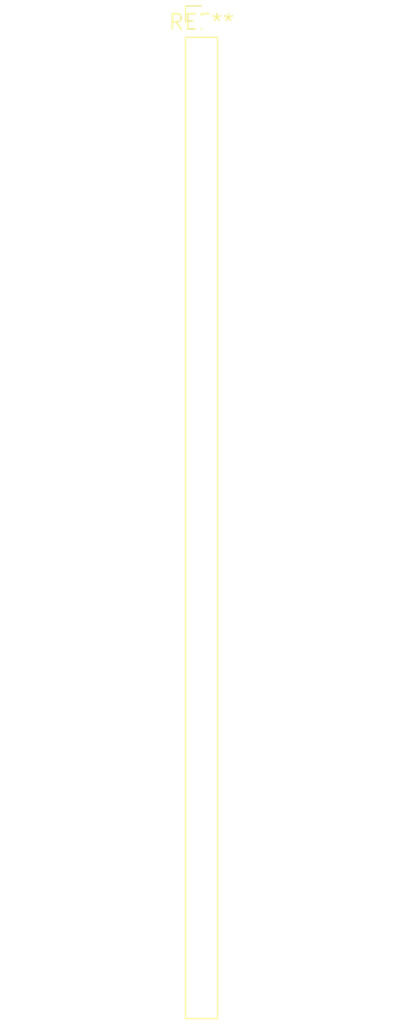
<source format=kicad_pcb>
(kicad_pcb (version 20240108) (generator pcbnew)
  (layers (0 "F.Cu" signal) (31 "B.Cu" signal) (34 "B.Paste" user) (35 "F.Paste" user) (36 "B.SilkS" user "B.Silkscreen") (37 "F.SilkS" user "F.Silkscreen") (38 "B.Mask" user) (39 "F.Mask" user) (44 "Edge.Cuts" user))
  (net 0 "")
  (footprint "PinHeader_1x33_P2.54mm_Vertical" (layer "F.Cu") (at 0 0)
    (property "Reference" "REF**")
    (property "Value" "PinHeader_1x33_P2.54mm_Vertical")
    (fp_line (start -1.33 -1.33) (end 0 -1.33) (layer "F.SilkS") (stroke (width 0.12)))
    (fp_line (start -1.33 0) (end -1.33 -1.33) (layer "F.SilkS") (stroke (width 0.12)))
    (fp_line (start -1.33 1.27) (end -1.33 82.61) (layer "F.SilkS") (stroke (width 0.12)))
    (fp_line (start -1.33 1.27) (end 1.33 1.27) (layer "F.SilkS") (stroke (width 0.12)))
    (fp_line (start -1.33 82.61) (end 1.33 82.61) (layer "F.SilkS") (stroke (width 0.12)))
    (fp_line (start 1.33 1.27) (end 1.33 82.61) (layer "F.SilkS") (stroke (width 0.12)))
    (pad "1" thru_hole rect (at 0 0) (size 1.7 1.7) (drill 1) (layers *.Cu *.Mask) (remove_unused_layers))
    (pad "2" thru_hole oval (at 0 2.54) (size 1.7 1.7) (drill 1) (layers *.Cu *.Mask) (remove_unused_layers))
    (pad "3" thru_hole oval (at 0 5.08) (size 1.7 1.7) (drill 1) (layers *.Cu *.Mask) (remove_unused_layers))
    (pad "4" thru_hole oval (at 0 7.62) (size 1.7 1.7) (drill 1) (layers *.Cu *.Mask) (remove_unused_layers))
    (pad "5" thru_hole oval (at 0 10.16) (size 1.7 1.7) (drill 1) (layers *.Cu *.Mask) (remove_unused_layers))
    (pad "6" thru_hole oval (at 0 12.7) (size 1.7 1.7) (drill 1) (layers *.Cu *.Mask) (remove_unused_layers))
    (pad "7" thru_hole oval (at 0 15.24) (size 1.7 1.7) (drill 1) (layers *.Cu *.Mask) (remove_unused_layers))
    (pad "8" thru_hole oval (at 0 17.78) (size 1.7 1.7) (drill 1) (layers *.Cu *.Mask) (remove_unused_layers))
    (pad "9" thru_hole oval (at 0 20.32) (size 1.7 1.7) (drill 1) (layers *.Cu *.Mask) (remove_unused_layers))
    (pad "10" thru_hole oval (at 0 22.86) (size 1.7 1.7) (drill 1) (layers *.Cu *.Mask) (remove_unused_layers))
    (pad "11" thru_hole oval (at 0 25.4) (size 1.7 1.7) (drill 1) (layers *.Cu *.Mask) (remove_unused_layers))
    (pad "12" thru_hole oval (at 0 27.94) (size 1.7 1.7) (drill 1) (layers *.Cu *.Mask) (remove_unused_layers))
    (pad "13" thru_hole oval (at 0 30.48) (size 1.7 1.7) (drill 1) (layers *.Cu *.Mask) (remove_unused_layers))
    (pad "14" thru_hole oval (at 0 33.02) (size 1.7 1.7) (drill 1) (layers *.Cu *.Mask) (remove_unused_layers))
    (pad "15" thru_hole oval (at 0 35.56) (size 1.7 1.7) (drill 1) (layers *.Cu *.Mask) (remove_unused_layers))
    (pad "16" thru_hole oval (at 0 38.1) (size 1.7 1.7) (drill 1) (layers *.Cu *.Mask) (remove_unused_layers))
    (pad "17" thru_hole oval (at 0 40.64) (size 1.7 1.7) (drill 1) (layers *.Cu *.Mask) (remove_unused_layers))
    (pad "18" thru_hole oval (at 0 43.18) (size 1.7 1.7) (drill 1) (layers *.Cu *.Mask) (remove_unused_layers))
    (pad "19" thru_hole oval (at 0 45.72) (size 1.7 1.7) (drill 1) (layers *.Cu *.Mask) (remove_unused_layers))
    (pad "20" thru_hole oval (at 0 48.26) (size 1.7 1.7) (drill 1) (layers *.Cu *.Mask) (remove_unused_layers))
    (pad "21" thru_hole oval (at 0 50.8) (size 1.7 1.7) (drill 1) (layers *.Cu *.Mask) (remove_unused_layers))
    (pad "22" thru_hole oval (at 0 53.34) (size 1.7 1.7) (drill 1) (layers *.Cu *.Mask) (remove_unused_layers))
    (pad "23" thru_hole oval (at 0 55.88) (size 1.7 1.7) (drill 1) (layers *.Cu *.Mask) (remove_unused_layers))
    (pad "24" thru_hole oval (at 0 58.42) (size 1.7 1.7) (drill 1) (layers *.Cu *.Mask) (remove_unused_layers))
    (pad "25" thru_hole oval (at 0 60.96) (size 1.7 1.7) (drill 1) (layers *.Cu *.Mask) (remove_unused_layers))
    (pad "26" thru_hole oval (at 0 63.5) (size 1.7 1.7) (drill 1) (layers *.Cu *.Mask) (remove_unused_layers))
    (pad "27" thru_hole oval (at 0 66.04) (size 1.7 1.7) (drill 1) (layers *.Cu *.Mask) (remove_unused_layers))
    (pad "28" thru_hole oval (at 0 68.58) (size 1.7 1.7) (drill 1) (layers *.Cu *.Mask) (remove_unused_layers))
    (pad "29" thru_hole oval (at 0 71.12) (size 1.7 1.7) (drill 1) (layers *.Cu *.Mask) (remove_unused_layers))
    (pad "30" thru_hole oval (at 0 73.66) (size 1.7 1.7) (drill 1) (layers *.Cu *.Mask) (remove_unused_layers))
    (pad "31" thru_hole oval (at 0 76.2) (size 1.7 1.7) (drill 1) (layers *.Cu *.Mask) (remove_unused_layers))
    (pad "32" thru_hole oval (at 0 78.74) (size 1.7 1.7) (drill 1) (layers *.Cu *.Mask) (remove_unused_layers))
    (pad "33" thru_hole oval (at 0 81.28) (size 1.7 1.7) (drill 1) (layers *.Cu *.Mask) (remove_unused_layers))
  )
)
</source>
